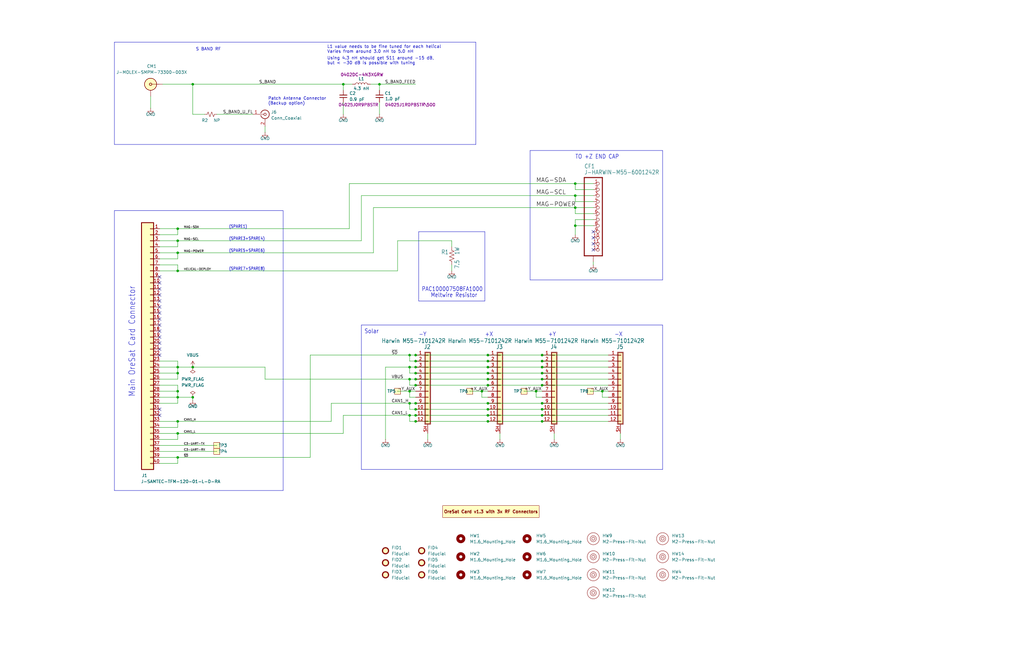
<source format=kicad_sch>
(kicad_sch (version 20231120) (generator "eeschema") (generator_version "8.0")
  (paper "USLedger")
  (title_block (title "+Z End Card w/ Turnstile") (date "2024-08-20") (rev "1.4"))
  (lib_symbols
    (symbol "Connector:Conn_Coaxial" (pin_names (offset 1.016) hide)
      (property "Reference" "J" (at 0.254 3.048 0))
      (property "Value" "Conn_Coaxial" (at 2.921 0 90))
      (symbol "Conn_Coaxial_0_1"
        (arc (start -1.778 -0.508) (mid 0.2311 -1.8066) (end 1.778 0) (stroke (width 0.254)))
        (polyline (pts (xy -2.54 0) (xy -0.508 0)))
        (polyline (pts (xy 0 -2.54) (xy 0 -1.778)))
        (circle (center 0 0) (radius 0.508) (stroke (width 0.2032)))
        (arc (start 1.778 0) (mid 0.2099 1.8101) (end -1.778 0.508) (stroke (width 0.254)))
      )
      (symbol "Conn_Coaxial_1_1"
        (pin passive line (at -5.08 0 0) (length 2.54) (name "In") (number "1"))
        (pin passive line (at 0 -5.08 90) (length 2.54) (name "Ext") (number "2"))
      )
    )
    (symbol "Device:C_Small" (pin_numbers hide) (pin_names (offset 0.254) hide)
      (property "Reference" "C" (at 0.254 1.778 0))
      (property "Value" "C_Small" (at 0.254 -2.032 0))
      (symbol "C_Small_0_1"
        (polyline (pts (xy -1.524 -0.508) (xy 1.524 -0.508)) (stroke (width 0.3302)))
        (polyline (pts (xy -1.524 0.508) (xy 1.524 0.508)) (stroke (width 0.3048)))
      )
      (symbol "C_Small_1_1"
        (pin passive line (at 0 2.54 270) (length 2.032) (name "~") (number "1"))
        (pin passive line (at 0 -2.54 90) (length 2.032) (name "~") (number "2"))
      )
    )
    (symbol "Device:L" (pin_numbers hide) (pin_names (offset 1.016) hide)
      (property "Reference" "L" (at -1.27 0 90))
      (property "Value" "L" (at 1.905 0 90))
      (symbol "L_0_1"
        (arc (start 0 -2.54) (mid 0.6323 -1.905) (end 0 -1.27))
        (arc (start 0 -1.27) (mid 0.6323 -0.635) (end 0 0))
        (arc (start 0 0) (mid 0.6323 0.635) (end 0 1.27))
        (arc (start 0 1.27) (mid 0.6323 1.905) (end 0 2.54))
      )
      (symbol "L_1_1"
        (pin passive line (at 0 3.81 270) (length 1.27) (name "1") (number "1"))
        (pin passive line (at 0 -3.81 90) (length 1.27) (name "2") (number "2"))
      )
    )
    (symbol "Device:R_Small_US" (pin_numbers hide) (pin_names (offset 0.254) hide)
      (property "Reference" "R" (at 0.762 0.508 0))
      (property "Value" "R_Small_US" (at 0.762 -1.016 0))
      (symbol "R_Small_US_1_1"
        (polyline (pts (xy 0 0) (xy 1.016 -0.381) (xy 0 -0.762) (xy -1.016 -1.143) (xy 0 -1.524)))
        (polyline (pts (xy 0 1.524) (xy 1.016 1.143) (xy 0 0.762) (xy -1.016 0.381) (xy 0 0)))
        (pin passive line (at 0 2.54 270) (length 1.016) (name "~") (number "1"))
        (pin passive line (at 0 -2.54 90) (length 1.016) (name "~") (number "2"))
      )
    )
    (symbol "Device:R_US" (pin_numbers hide) (pin_names (offset 0))
      (property "Reference" "R" (at 2.54 0 90))
      (property "Value" "R_US" (at -2.54 0 90))
      (symbol "R_US_0_1"
        (polyline (pts (xy 0 -2.286) (xy 0 -2.54)))
        (polyline (pts (xy 0 2.286) (xy 0 2.54)))
        (polyline (pts (xy 0 -0.762) (xy 1.016 -1.143) (xy 0 -1.524) (xy -1.016 -1.905) (xy 0 -2.286)))
        (polyline (pts (xy 0 0.762) (xy 1.016 0.381) (xy 0 0) (xy -1.016 -0.381) (xy 0 -0.762)))
        (polyline (pts (xy 0 2.286) (xy 1.016 1.905) (xy 0 1.524) (xy -1.016 1.143) (xy 0 0.762)))
      )
      (symbol "R_US_1_1"
        (pin passive line (at 0 3.81 270) (length 1.27) (name "~") (number "1"))
        (pin passive line (at 0 -3.81 90) (length 1.27) (name "~") (number "2"))
      )
    )
    (symbol "Mechanical:Fiducial"
      (property "Reference" "FID" (at 0 5.08 0))
      (property "Value" "Fiducial" (at 0 3.175 0))
      (symbol "Fiducial_0_1"
        (circle (center 0 0) (radius 1.27) (stroke (width 0.508)) (fill (type background)))
      )
    )
    (symbol "oresat-connectors:Harwin M55-7101242R" (pin_names hide)
      (property "Reference" "J" (at -12.7 15.875 0))
      (property "Value" "Harwin M55-7101242R" (at -12.7 13.97 0))
      (symbol "Harwin M55-7101242R_1_1"
        (rectangle (start -1.27 -16.51) (end 1.27 13.97) (stroke (width 0.1524)))
        (rectangle (start -1.016 -16.256) (end 1.016 13.716) (stroke (width 0.254)) (fill (type background)))
        (rectangle (start -0.254 -15.367) (end 1.016 -15.113) (stroke (width 0.1524)))
        (rectangle (start -0.254 -12.827) (end 1.016 -12.573) (stroke (width 0.1524)))
        (rectangle (start -0.254 -10.287) (end 1.016 -10.033) (stroke (width 0.1524)))
        (rectangle (start -0.254 -7.747) (end 1.016 -7.493) (stroke (width 0.1524)))
        (rectangle (start -0.254 -5.207) (end 1.016 -4.953) (stroke (width 0.1524)))
        (rectangle (start -0.254 -2.667) (end 1.016 -2.413) (stroke (width 0.1524)))
        (rectangle (start -0.254 -0.127) (end 1.016 0.127) (stroke (width 0.1524)))
        (rectangle (start -0.254 2.413) (end 1.016 2.667) (stroke (width 0.1524)))
        (rectangle (start -0.254 4.953) (end 1.016 5.207) (stroke (width 0.1524)))
        (rectangle (start -0.254 7.493) (end 1.016 7.747) (stroke (width 0.1524)))
        (rectangle (start -0.254 10.033) (end 1.016 10.287) (stroke (width 0.1524)))
        (rectangle (start -0.254 12.573) (end 1.016 12.827) (stroke (width 0.1524)))
        (pin passive line (at 5.08 12.7 180) (length 4.064) (name "Pin_1") (number "1"))
        (pin passive line (at 5.08 -10.16 180) (length 4.064) (name "Pin_10") (number "10"))
        (pin passive line (at 5.08 -12.7 180) (length 4.064) (name "Pin_11") (number "11"))
        (pin passive line (at 5.08 -15.24 180) (length 4.064) (name "Pin_12") (number "12"))
        (pin passive line (at 5.08 10.16 180) (length 4.064) (name "Pin_2") (number "2"))
        (pin passive line (at 5.08 7.62 180) (length 4.064) (name "Pin_3") (number "3"))
        (pin passive line (at 5.08 5.08 180) (length 4.064) (name "Pin_4") (number "4"))
        (pin passive line (at 5.08 2.54 180) (length 4.064) (name "Pin_5") (number "5"))
        (pin passive line (at 5.08 0 180) (length 4.064) (name "Pin_6") (number "6"))
        (pin passive line (at 5.08 -2.54 180) (length 4.064) (name "Pin_7") (number "7"))
        (pin passive line (at 5.08 -5.08 180) (length 4.064) (name "Pin_8") (number "8"))
        (pin passive line (at 5.08 -7.62 180) (length 4.064) (name "Pin_9") (number "9"))
        (pin passive line (at 0 -20.32 90) (length 3.81) (name "Shield") (number "SH"))
      )
    )
    (symbol "oresat-connectors:J-HARWIN-M55-6001242R" (pin_names hide)
      (property "Reference" "CF1" (at -6.35 19.05 0))
      (property "Value" "J-HARWIN-M55-6001242R" (at -6.35 16.51 0))
      (symbol "J-HARWIN-M55-6001242R_1_0"
        (polyline (pts (xy -6.35 -17.78) (xy 1.27 -17.78)) (stroke (width 0.4064)))
        (polyline (pts (xy -6.35 15.24) (xy -6.35 -17.78)) (stroke (width 0.4064)))
        (polyline (pts (xy 1.27 -17.78) (xy 1.27 15.24)) (stroke (width 0.4064)))
        (polyline (pts (xy 1.27 15.24) (xy -6.35 15.24)) (stroke (width 0.4064)))
        (pin passive inverted (at -2.54 12.7 0) (length 2.54) (name "1") (number "1"))
        (pin passive inverted (at -2.54 -10.16 0) (length 2.54) (name "10") (number "10"))
        (pin passive inverted (at -2.54 -12.7 0) (length 2.54) (name "11") (number "11"))
        (pin passive inverted (at -2.54 -15.24 0) (length 2.54) (name "12") (number "12"))
        (pin passive inverted (at -2.54 10.16 0) (length 2.54) (name "2") (number "2"))
        (pin passive inverted (at -2.54 7.62 0) (length 2.54) (name "3") (number "3"))
        (pin passive inverted (at -2.54 5.08 0) (length 2.54) (name "4") (number "4"))
        (pin passive inverted (at -2.54 2.54 0) (length 2.54) (name "5") (number "5"))
        (pin passive inverted (at -2.54 0 0) (length 2.54) (name "6") (number "6"))
        (pin passive inverted (at -2.54 -2.54 0) (length 2.54) (name "7") (number "7"))
        (pin passive inverted (at -2.54 -5.08 0) (length 2.54) (name "8") (number "8"))
        (pin passive inverted (at -2.54 -7.62 0) (length 2.54) (name "9") (number "9"))
        (pin passive line (at -2.54 -20.32 90) (length 2.54) (name "SHIELD") (number "SH"))
      )
    )
    (symbol "oresat-connectors:J-MOLEX-SMPM-73300-002X"
      (property "Reference" "J" (at 5.08 -3.81 0))
      (property "Value" "733000020" (at 5.08 -6.35 0))
      (symbol "J-MOLEX-SMPM-73300-002X_1_0"
        (polyline (pts (xy 0.508 0) (xy 3.556 0)) (stroke (width 0.1524)))
        (circle (center 0 0) (radius 0.508) (stroke (width 0.254)))
        (circle (center 0 0) (radius 2.54) (stroke (width 0.254)) (fill (type background)))
        (pin passive line (at 0 -5.08 90) (length 2.54) (name "SHLD") (number "SHLD"))
        (pin passive line (at 5.08 0 180) (length 2.54) (name "SIG") (number "SIG"))
      )
    )
    (symbol "oresat-connectors:J-SAMTEC-TFM-120-01-L-D-RA" (pin_names hide)
      (property "Reference" "J" (at 0 54.61 0))
      (property "Value" "J-SAMTEC-TFM-120-01-L-D-RA" (at 0 52.07 0))
      (symbol "J-SAMTEC-TFM-120-01-L-D-RA_0_1"
        (rectangle (start 2.413 -50.673) (end 1.143 -50.927) (stroke (width 0.1524)))
        (rectangle (start 2.413 -48.133) (end 1.143 -48.387) (stroke (width 0.1524)))
        (rectangle (start 2.413 -45.593) (end 1.143 -45.847) (stroke (width 0.1524)))
        (rectangle (start 2.413 -43.053) (end 1.143 -43.307) (stroke (width 0.1524)))
        (rectangle (start 2.413 -40.513) (end 1.143 -40.767) (stroke (width 0.1524)))
        (rectangle (start 2.413 -37.973) (end 1.143 -38.227) (stroke (width 0.1524)))
        (rectangle (start 2.413 -35.433) (end 1.143 -35.687) (stroke (width 0.1524)))
        (rectangle (start 2.413 -32.893) (end 1.143 -33.147) (stroke (width 0.1524)))
        (rectangle (start 2.413 -30.353) (end 1.143 -30.607) (stroke (width 0.1524)))
        (rectangle (start 2.413 -27.813) (end 1.143 -28.067) (stroke (width 0.1524)))
        (rectangle (start 2.413 -25.273) (end 1.143 -25.527) (stroke (width 0.1524)))
        (rectangle (start 2.413 -22.733) (end 1.143 -22.987) (stroke (width 0.1524)))
        (rectangle (start 2.413 -20.193) (end 1.143 -20.447) (stroke (width 0.1524)))
        (rectangle (start 2.413 -17.653) (end 1.143 -17.907) (stroke (width 0.1524)))
        (rectangle (start 2.413 -15.113) (end 1.143 -15.367) (stroke (width 0.1524)))
        (rectangle (start 2.413 -12.573) (end 1.143 -12.827) (stroke (width 0.1524)))
        (rectangle (start 2.413 -10.033) (end 1.143 -10.287) (stroke (width 0.1524)))
        (rectangle (start 2.413 -7.493) (end 1.143 -7.747) (stroke (width 0.1524)))
        (rectangle (start 2.413 -4.953) (end 1.143 -5.207) (stroke (width 0.1524)))
        (rectangle (start 2.413 -2.413) (end 1.143 -2.667) (stroke (width 0.1524)))
        (rectangle (start 2.413 0.127) (end 1.143 -0.127) (stroke (width 0.1524)))
        (rectangle (start 2.413 2.667) (end 1.143 2.413) (stroke (width 0.1524)))
        (rectangle (start 2.413 5.207) (end 1.143 4.953) (stroke (width 0.1524)))
        (rectangle (start 2.413 7.747) (end 1.143 7.493) (stroke (width 0.1524)))
        (rectangle (start 2.413 10.287) (end 1.143 10.033) (stroke (width 0.1524)))
        (rectangle (start 2.413 12.827) (end 1.143 12.573) (stroke (width 0.1524)))
        (rectangle (start 2.413 15.367) (end 1.143 15.113) (stroke (width 0.1524)))
        (rectangle (start 2.413 17.907) (end 1.143 17.653) (stroke (width 0.1524)))
        (rectangle (start 2.413 20.447) (end 1.143 20.193) (stroke (width 0.1524)))
        (rectangle (start 2.413 22.987) (end 1.143 22.733) (stroke (width 0.1524)))
        (rectangle (start 2.413 25.527) (end 1.143 25.273) (stroke (width 0.1524)))
        (rectangle (start 2.413 28.067) (end 1.143 27.813) (stroke (width 0.1524)))
        (rectangle (start 2.413 30.607) (end 1.143 30.353) (stroke (width 0.1524)))
        (rectangle (start 2.413 33.147) (end 1.143 32.893) (stroke (width 0.1524)))
        (rectangle (start 2.413 35.687) (end 1.143 35.433) (stroke (width 0.1524)))
        (rectangle (start 2.413 38.227) (end 1.143 37.973) (stroke (width 0.1524)))
        (rectangle (start 2.413 40.767) (end 1.143 40.513) (stroke (width 0.1524)))
        (rectangle (start 2.413 43.307) (end 1.143 43.053) (stroke (width 0.1524)))
        (rectangle (start 2.413 45.847) (end 1.143 45.593) (stroke (width 0.1524)))
        (rectangle (start 2.413 48.387) (end 1.143 48.133) (stroke (width 0.1524)))
      )
      (symbol "J-SAMTEC-TFM-120-01-L-D-RA_1_1"
        (rectangle (start -2.54 50.8) (end 2.54 -53.34) (stroke (width 0.4)) (fill (type background)))
        (pin passive line (at 5.08 48.26 180) (length 2.54) (name "") (number "1"))
        (pin passive line (at 5.08 25.4 180) (length 2.54) (name "") (number "10"))
        (pin passive line (at 5.08 22.86 180) (length 2.54) (name "") (number "11"))
        (pin passive line (at 5.08 20.32 180) (length 2.54) (name "") (number "12"))
        (pin passive line (at 5.08 17.78 180) (length 2.54) (name "") (number "13"))
        (pin passive line (at 5.08 15.24 180) (length 2.54) (name "") (number "14"))
        (pin passive line (at 5.08 12.7 180) (length 2.54) (name "") (number "15"))
        (pin passive line (at 5.08 10.16 180) (length 2.54) (name "") (number "16"))
        (pin passive line (at 5.08 7.62 180) (length 2.54) (name "") (number "17"))
        (pin passive line (at 5.08 5.08 180) (length 2.54) (name "") (number "18"))
        (pin passive line (at 5.08 2.54 180) (length 2.54) (name "") (number "19"))
        (pin passive line (at 5.08 45.72 180) (length 2.54) (name "") (number "2"))
        (pin passive line (at 5.08 0 180) (length 2.54) (name "") (number "20"))
        (pin passive line (at 5.08 -2.54 180) (length 2.54) (name "") (number "21"))
        (pin passive line (at 5.08 -5.08 180) (length 2.54) (name "") (number "22"))
        (pin passive line (at 5.08 -7.62 180) (length 2.54) (name "") (number "23"))
        (pin passive line (at 5.08 -10.16 180) (length 2.54) (name "") (number "24"))
        (pin passive line (at 5.08 -12.7 180) (length 2.54) (name "") (number "25"))
        (pin passive line (at 5.08 -15.24 180) (length 2.54) (name "") (number "26"))
        (pin passive line (at 5.08 -17.78 180) (length 2.54) (name "") (number "27"))
        (pin passive line (at 5.08 -20.32 180) (length 2.54) (name "") (number "28"))
        (pin passive line (at 5.08 -22.86 180) (length 2.54) (name "") (number "29"))
        (pin passive line (at 5.08 43.18 180) (length 2.54) (name "") (number "3"))
        (pin passive line (at 5.08 -25.4 180) (length 2.54) (name "") (number "30"))
        (pin passive line (at 5.08 -27.94 180) (length 2.54) (name "") (number "31"))
        (pin passive line (at 5.08 -30.48 180) (length 2.54) (name "") (number "32"))
        (pin passive line (at 5.08 -33.02 180) (length 2.54) (name "") (number "33"))
        (pin passive line (at 5.08 -35.56 180) (length 2.54) (name "") (number "34"))
        (pin passive line (at 5.08 -38.1 180) (length 2.54) (name "") (number "35"))
        (pin passive line (at 5.08 -40.64 180) (length 2.54) (name "") (number "36"))
        (pin passive line (at 5.08 -43.18 180) (length 2.54) (name "") (number "37"))
        (pin passive line (at 5.08 -45.72 180) (length 2.54) (name "") (number "38"))
        (pin passive line (at 5.08 -48.26 180) (length 2.54) (name "") (number "39"))
        (pin passive line (at 5.08 40.64 180) (length 2.54) (name "") (number "4"))
        (pin passive line (at 5.08 -50.8 180) (length 2.54) (name "") (number "40"))
        (pin passive line (at 5.08 38.1 180) (length 2.54) (name "") (number "5"))
        (pin passive line (at 5.08 35.56 180) (length 2.54) (name "") (number "6"))
        (pin passive line (at 5.08 33.02 180) (length 2.54) (name "") (number "7"))
        (pin passive line (at 5.08 30.48 180) (length 2.54) (name "") (number "8"))
        (pin passive line (at 5.08 27.94 180) (length 2.54) (name "") (number "9"))
      )
    )
    (symbol "oresat-misc:M1.6_Mounting_Hole" (pin_numbers hide) (pin_names (offset 0) hide) (in_bom no)
      (property "Reference" "HW" (at 0 5.08 0))
      (property "Value" "M1.6_Mounting_Hole" (at 0 -5.08 0))
      (symbol "M1.6_Mounting_Hole_0_1"
        (circle (center 0 0) (radius 1.27) (stroke (width 1.27)))
      )
    )
    (symbol "oresat-misc:M2-Press-Fit-Nut" (pin_numbers hide) (pin_names (offset 0) hide)
      (property "Reference" "HW" (at 4.445 1.27 0))
      (property "Value" "M2-Press-Fit-Nut" (at 12.065 -1.27 0))
      (symbol "M2-Press-Fit-Nut_0_1"
        (circle (center 0 0) (radius 0.635))
        (circle (center 0 0) (radius 1.27))
        (circle (center 0 0) (radius 2.54))
      )
    )
    (symbol "oresat-misc:Test-Point-0.75mm-th"
      (property "Reference" "TP" (at 0 2.54 0))
      (symbol "Test-Point-0.75mm-th_1_0"
        (pin passive line (at 0 0 0) (length 0) (name "1") (number "1"))
      )
      (symbol "Test-Point-0.75mm-th_1_1"
        (rectangle (start -1.27 1.27) (end 1.27 -1.27) (fill (type background)))
      )
    )
    (symbol "oresat-pcbs:ORESAT-CARD-V1.3-3RF"
      (symbol "ORESAT-CARD-V1.3-3RF_1_0"
        (rectangle (start -20.32 2.54) (end 20.32 -2.54) (fill (type background)))
        (text "OreSat Card v1.3 with 3x RF Connectors" (at 0 0 0) (effects (font (size 1.27 1.27) (bold yes))))
      )
    )
    (symbol "oresat-power:VBUS" (power) (pin_names (offset 0))
      (property "Value" "VBUS" (at 0 3.556 0))
      (symbol "VBUS_0_1"
        (polyline (pts (xy -0.762 1.27) (xy 0 2.54)))
        (polyline (pts (xy 0 0) (xy 0 2.54)))
        (polyline (pts (xy 0 2.54) (xy 0.762 1.27)))
      )
      (symbol "VBUS_1_1"
        (pin power_in line (at 0 0 90) (length 0) hide (name "VBUS") (number "1"))
      )
    )
    (symbol "power:GND" (power) (pin_numbers hide) (pin_names (offset 0) hide)
      (property "Value" "GND" (at 0 -3.81 0))
      (symbol "GND_0_1"
        (polyline (pts (xy 0 0) (xy 0 -1.27) (xy 1.27 -1.27) (xy 0 -2.54) (xy -1.27 -1.27) (xy 0 -1.27)))
      )
      (symbol "GND_1_1"
        (pin power_in line (at 0 0 270) (length 0) (name "~") (number "1"))
      )
    )
    (symbol "power:PWR_FLAG" (power) (pin_numbers hide) (pin_names (offset 0) hide)
      (property "Value" "PWR_FLAG" (at 0 3.81 0))
      (symbol "PWR_FLAG_0_0"
        (pin power_out line (at 0 0 90) (length 0) (name "~") (number "1"))
      )
      (symbol "PWR_FLAG_0_1"
        (polyline (pts (xy 0 0) (xy 0 1.27) (xy -1.016 1.905) (xy 0 2.54) (xy 1.016 1.905) (xy 0 1.27)))
      )
    )
  )
  (junction (at 74.93 96.52))
  (junction (at 228.6 170.18))
  (junction (at 175.26 152.4))
  (junction (at 205.74 157.48))
  (junction (at 172.72 175.26))
  (junction (at 228.6 175.26))
  (junction (at 172.72 170.18))
  (junction (at 175.26 177.8))
  (junction (at 175.26 175.26))
  (junction (at 242.57 95.25))
  (junction (at 242.57 82.55))
  (junction (at 203.2 165.1))
  (junction (at 74.93 101.6))
  (junction (at 74.93 154.94))
  (junction (at 228.6 154.94))
  (junction (at 175.26 172.72))
  (junction (at 228.6 177.8))
  (junction (at 228.6 152.4))
  (junction (at 228.6 160.02))
  (junction (at 242.57 87.63))
  (junction (at 175.26 162.56))
  (junction (at 228.6 157.48))
  (junction (at 74.93 193.04))
  (junction (at 205.74 154.94))
  (junction (at 144.78 35.56))
  (junction (at 74.93 182.88))
  (junction (at 172.72 160.02))
  (junction (at 74.93 106.68))
  (junction (at 226.06 165.1))
  (junction (at 205.74 152.4))
  (junction (at 228.6 162.56))
  (junction (at 81.28 35.56))
  (junction (at 175.26 157.48))
  (junction (at 205.74 149.86))
  (junction (at 242.57 77.47))
  (junction (at 175.26 149.86))
  (junction (at 81.28 154.94))
  (junction (at 228.6 149.86))
  (junction (at 74.93 165.1))
  (junction (at 205.74 177.8))
  (junction (at 74.93 114.3))
  (junction (at 74.93 177.8))
  (junction (at 74.93 167.64))
  (junction (at 172.72 149.86))
  (junction (at 175.26 170.18))
  (junction (at 81.28 167.64))
  (junction (at 160.02 35.56))
  (junction (at 205.74 160.02))
  (junction (at 254 165.1))
  (junction (at 175.26 154.94))
  (junction (at 205.74 175.26))
  (junction (at 205.74 172.72))
  (junction (at 175.26 160.02))
  (junction (at 74.93 157.48))
  (junction (at 172.72 154.94))
  (junction (at 228.6 172.72))
  (junction (at 172.72 165.1))
  (junction (at 205.74 162.56))
  (junction (at 205.74 170.18))
  (no_connect (at 67.31 144.78))
  (no_connect (at 67.31 142.24))
  (no_connect (at 67.31 137.16))
  (no_connect (at 67.31 149.86))
  (no_connect (at 67.31 129.54))
  (no_connect (at 250.19 100.33))
  (no_connect (at 67.31 139.7))
  (no_connect (at 67.31 134.62))
  (no_connect (at 250.19 102.87))
  (no_connect (at 67.31 121.92))
  (no_connect (at 250.19 97.79))
  (no_connect (at 67.31 124.46))
  (no_connect (at 67.31 172.72))
  (no_connect (at 250.19 105.41))
  (no_connect (at 67.31 127))
  (no_connect (at 67.31 132.08))
  (no_connect (at 67.31 175.26))
  (no_connect (at 67.31 116.84))
  (no_connect (at 67.31 119.38))
  (no_connect (at 67.31 147.32))
  (wire (pts (xy 74.93 165.1) (xy 74.93 167.64)))
  (wire (pts (xy 160.02 43.18) (xy 160.02 48.26)))
  (wire (pts (xy 67.31 114.3) (xy 74.93 114.3)))
  (polyline (pts (xy 204.47 127) (xy 176.53 127)))
  (wire (pts (xy 63.5 40.64) (xy 63.5 45.72)))
  (wire (pts (xy 91.44 48.26) (xy 106.68 48.26)))
  (wire (pts (xy 175.26 172.72) (xy 172.72 172.72)))
  (wire (pts (xy 228.6 175.26) (xy 256.54 175.26)))
  (wire (pts (xy 233.68 182.88) (xy 233.68 185.42)))
  (wire (pts (xy 172.72 154.94) (xy 175.26 154.94)))
  (polyline (pts (xy 48.26 17.78) (xy 48.26 60.96)))
  (wire (pts (xy 254 165.1) (xy 256.54 165.1)))
  (polyline (pts (xy 48.26 88.9) (xy 48.26 207.01)))
  (wire (pts (xy 242.57 95.25) (xy 250.19 95.25)))
  (wire (pts (xy 74.93 165.1) (xy 74.93 162.56)))
  (wire (pts (xy 250.19 87.63) (xy 242.57 87.63)))
  (wire (pts (xy 162.56 185.42) (xy 162.56 154.94)))
  (wire (pts (xy 190.5 101.6) (xy 190.5 104.14)))
  (wire (pts (xy 74.93 101.6) (xy 67.31 101.6)))
  (wire (pts (xy 67.31 180.34) (xy 74.93 180.34)))
  (wire (pts (xy 74.93 154.94) (xy 74.93 152.4)))
  (wire (pts (xy 67.31 182.88) (xy 74.93 182.88)))
  (wire (pts (xy 205.74 177.8) (xy 228.6 177.8)))
  (wire (pts (xy 242.57 92.71) (xy 242.57 95.25)))
  (wire (pts (xy 67.31 111.76) (xy 74.93 111.76)))
  (polyline (pts (xy 176.53 127) (xy 176.53 97.79)))
  (wire (pts (xy 160.02 35.56) (xy 175.26 35.56)))
  (wire (pts (xy 74.93 111.76) (xy 74.93 114.3)))
  (polyline (pts (xy 279.4 118.11) (xy 223.52 118.11)))
  (wire (pts (xy 242.57 80.01) (xy 250.19 80.01)))
  (wire (pts (xy 111.76 160.02) (xy 111.76 154.94)))
  (wire (pts (xy 67.31 167.64) (xy 74.93 167.64)))
  (wire (pts (xy 172.72 165.1) (xy 167.64 165.1)))
  (wire (pts (xy 250.19 77.47) (xy 242.57 77.47)))
  (wire (pts (xy 74.93 96.52) (xy 67.31 96.52)))
  (wire (pts (xy 167.64 114.3) (xy 167.64 101.6)))
  (wire (pts (xy 172.72 167.64) (xy 172.72 165.1)))
  (wire (pts (xy 67.31 109.22) (xy 74.93 109.22)))
  (polyline (pts (xy 48.26 207.01) (xy 119.38 207.01)))
  (wire (pts (xy 228.6 154.94) (xy 256.54 154.94)))
  (polyline (pts (xy 279.4 137.16) (xy 279.4 198.12)))
  (wire (pts (xy 67.31 165.1) (xy 74.93 165.1)))
  (wire (pts (xy 74.93 180.34) (xy 74.93 177.8)))
  (wire (pts (xy 175.26 177.8) (xy 172.72 177.8)))
  (polyline (pts (xy 279.4 198.12) (xy 152.4 198.12)))
  (wire (pts (xy 175.26 162.56) (xy 205.74 162.56)))
  (wire (pts (xy 74.93 170.18) (xy 74.93 167.64)))
  (wire (pts (xy 172.72 152.4) (xy 172.72 149.86)))
  (wire (pts (xy 81.28 48.26) (xy 86.36 48.26)))
  (wire (pts (xy 220.98 165.1) (xy 226.06 165.1)))
  (wire (pts (xy 175.26 152.4) (xy 172.72 152.4)))
  (wire (pts (xy 81.28 35.56) (xy 81.28 48.26)))
  (wire (pts (xy 74.93 154.94) (xy 67.31 154.94)))
  (wire (pts (xy 144.78 43.18) (xy 144.78 48.26)))
  (wire (pts (xy 228.6 167.64) (xy 226.06 167.64)))
  (wire (pts (xy 242.57 99.06) (xy 242.57 95.25)))
  (wire (pts (xy 130.81 149.86) (xy 130.81 193.04)))
  (wire (pts (xy 74.93 193.04) (xy 67.31 193.04)))
  (wire (pts (xy 228.6 149.86) (xy 256.54 149.86)))
  (polyline (pts (xy 200.66 60.96) (xy 48.26 60.96)))
  (wire (pts (xy 144.78 35.56) (xy 144.78 38.1)))
  (polyline (pts (xy 152.4 137.16) (xy 152.4 198.12)))
  (wire (pts (xy 67.31 185.42) (xy 74.93 185.42)))
  (polyline (pts (xy 152.4 137.16) (xy 279.4 137.16)))
  (wire (pts (xy 175.26 162.56) (xy 172.72 162.56)))
  (wire (pts (xy 226.06 165.1) (xy 228.6 165.1)))
  (wire (pts (xy 167.64 101.6) (xy 190.5 101.6)))
  (wire (pts (xy 74.93 104.14) (xy 74.93 101.6)))
  (wire (pts (xy 172.72 172.72) (xy 172.72 170.18)))
  (wire (pts (xy 228.6 172.72) (xy 256.54 172.72)))
  (wire (pts (xy 205.74 162.56) (xy 228.6 162.56)))
  (polyline (pts (xy 200.66 17.78) (xy 200.66 60.96)))
  (wire (pts (xy 175.26 175.26) (xy 205.74 175.26)))
  (wire (pts (xy 81.28 167.64) (xy 81.28 168.91)))
  (wire (pts (xy 111.76 154.94) (xy 81.28 154.94)))
  (wire (pts (xy 74.93 177.8) (xy 139.7 177.8)))
  (wire (pts (xy 205.74 160.02) (xy 228.6 160.02)))
  (wire (pts (xy 175.26 154.94) (xy 205.74 154.94)))
  (wire (pts (xy 74.93 185.42) (xy 74.93 182.88)))
  (wire (pts (xy 172.72 157.48) (xy 172.72 154.94)))
  (wire (pts (xy 74.93 193.04) (xy 130.81 193.04)))
  (wire (pts (xy 68.58 35.56) (xy 81.28 35.56)))
  (wire (pts (xy 162.56 154.94) (xy 172.72 154.94)))
  (wire (pts (xy 74.93 195.58) (xy 74.93 193.04)))
  (wire (pts (xy 226.06 167.64) (xy 226.06 165.1)))
  (wire (pts (xy 261.62 182.88) (xy 261.62 185.42)))
  (wire (pts (xy 74.93 114.3) (xy 167.64 114.3)))
  (wire (pts (xy 147.32 96.52) (xy 147.32 77.47)))
  (wire (pts (xy 152.4 82.55) (xy 152.4 101.6)))
  (wire (pts (xy 242.57 82.55) (xy 242.57 85.09)))
  (polyline (pts (xy 279.4 63.5) (xy 279.4 118.11)))
  (wire (pts (xy 228.6 177.8) (xy 256.54 177.8)))
  (wire (pts (xy 205.74 154.94) (xy 228.6 154.94)))
  (wire (pts (xy 175.26 157.48) (xy 172.72 157.48)))
  (wire (pts (xy 157.48 106.68) (xy 157.48 87.63)))
  (wire (pts (xy 172.72 170.18) (xy 175.26 170.18)))
  (wire (pts (xy 228.6 160.02) (xy 256.54 160.02)))
  (wire (pts (xy 172.72 177.8) (xy 172.72 175.26)))
  (wire (pts (xy 205.74 149.86) (xy 228.6 149.86)))
  (wire (pts (xy 250.19 92.71) (xy 242.57 92.71)))
  (wire (pts (xy 144.78 175.26) (xy 172.72 175.26)))
  (wire (pts (xy 74.93 109.22) (xy 74.93 106.68)))
  (wire (pts (xy 205.74 167.64) (xy 203.2 167.64)))
  (wire (pts (xy 205.74 172.72) (xy 228.6 172.72)))
  (polyline (pts (xy 223.52 63.5) (xy 279.4 63.5)))
  (wire (pts (xy 74.93 106.68) (xy 67.31 106.68)))
  (wire (pts (xy 175.26 160.02) (xy 205.74 160.02)))
  (wire (pts (xy 67.31 177.8) (xy 74.93 177.8)))
  (wire (pts (xy 228.6 152.4) (xy 256.54 152.4)))
  (wire (pts (xy 74.93 157.48) (xy 74.93 154.94)))
  (wire (pts (xy 210.82 182.88) (xy 210.82 185.42)))
  (wire (pts (xy 175.26 149.86) (xy 172.72 149.86)))
  (wire (pts (xy 67.31 157.48) (xy 74.93 157.48)))
  (wire (pts (xy 242.57 90.17) (xy 250.19 90.17)))
  (polyline (pts (xy 223.52 118.11) (xy 223.52 63.5)))
  (wire (pts (xy 250.19 111.76) (xy 250.19 110.49)))
  (wire (pts (xy 203.2 167.64) (xy 203.2 165.1)))
  (wire (pts (xy 205.74 175.26) (xy 228.6 175.26)))
  (wire (pts (xy 242.57 85.09) (xy 250.19 85.09)))
  (wire (pts (xy 147.32 77.47) (xy 242.57 77.47)))
  (wire (pts (xy 144.78 182.88) (xy 144.78 175.26)))
  (wire (pts (xy 157.48 87.63) (xy 242.57 87.63)))
  (wire (pts (xy 180.34 182.88) (xy 180.34 185.42)))
  (polyline (pts (xy 48.26 17.78) (xy 200.66 17.78)))
  (wire (pts (xy 205.74 157.48) (xy 228.6 157.48)))
  (wire (pts (xy 160.02 35.56) (xy 160.02 38.1)))
  (wire (pts (xy 175.26 167.64) (xy 172.72 167.64)))
  (wire (pts (xy 228.6 157.48) (xy 256.54 157.48)))
  (wire (pts (xy 67.31 104.14) (xy 74.93 104.14)))
  (wire (pts (xy 175.26 170.18) (xy 205.74 170.18)))
  (wire (pts (xy 67.31 99.06) (xy 74.93 99.06)))
  (wire (pts (xy 242.57 82.55) (xy 152.4 82.55)))
  (wire (pts (xy 172.72 165.1) (xy 175.26 165.1)))
  (wire (pts (xy 228.6 162.56) (xy 256.54 162.56)))
  (wire (pts (xy 242.57 77.47) (xy 242.57 80.01)))
  (wire (pts (xy 190.5 111.76) (xy 190.5 114.3)))
  (wire (pts (xy 175.26 172.72) (xy 205.74 172.72)))
  (wire (pts (xy 67.31 195.58) (xy 74.93 195.58)))
  (wire (pts (xy 74.93 99.06) (xy 74.93 96.52)))
  (wire (pts (xy 175.26 157.48) (xy 205.74 157.48)))
  (wire (pts (xy 144.78 35.56) (xy 148.59 35.56)))
  (polyline (pts (xy 48.26 88.9) (xy 119.38 88.9)))
  (wire (pts (xy 74.93 154.94) (xy 81.28 154.94)))
  (wire (pts (xy 175.26 177.8) (xy 205.74 177.8)))
  (wire (pts (xy 248.92 165.1) (xy 254 165.1)))
  (wire (pts (xy 67.31 190.5) (xy 91.44 190.5)))
  (wire (pts (xy 156.21 35.56) (xy 160.02 35.56)))
  (wire (pts (xy 74.93 101.6) (xy 152.4 101.6)))
  (wire (pts (xy 228.6 170.18) (xy 256.54 170.18)))
  (wire (pts (xy 74.93 96.52) (xy 147.32 96.52)))
  (wire (pts (xy 242.57 87.63) (xy 242.57 90.17)))
  (wire (pts (xy 139.7 170.18) (xy 172.72 170.18)))
  (wire (pts (xy 74.93 160.02) (xy 74.93 157.48)))
  (wire (pts (xy 67.31 170.18) (xy 74.93 170.18)))
  (wire (pts (xy 205.74 170.18) (xy 228.6 170.18)))
  (polyline (pts (xy 204.47 97.79) (xy 204.47 127)))
  (wire (pts (xy 172.72 162.56) (xy 172.72 160.02)))
  (wire (pts (xy 203.2 165.1) (xy 205.74 165.1)))
  (wire (pts (xy 139.7 177.8) (xy 139.7 170.18)))
  (wire (pts (xy 91.44 187.96) (xy 67.31 187.96)))
  (wire (pts (xy 172.72 160.02) (xy 175.26 160.02)))
  (wire (pts (xy 175.26 149.86) (xy 205.74 149.86)))
  (wire (pts (xy 111.76 53.34) (xy 111.76 55.88)))
  (wire (pts (xy 74.93 167.64) (xy 81.28 167.64)))
  (wire (pts (xy 172.72 149.86) (xy 130.81 149.86)))
  (polyline (pts (xy 119.38 207.01) (xy 119.38 88.9)))
  (wire (pts (xy 175.26 152.4) (xy 205.74 152.4)))
  (wire (pts (xy 254 167.64) (xy 254 165.1)))
  (wire (pts (xy 74.93 182.88) (xy 144.78 182.88)))
  (wire (pts (xy 205.74 152.4) (xy 228.6 152.4)))
  (wire (pts (xy 67.31 160.02) (xy 74.93 160.02)))
  (wire (pts (xy 67.31 162.56) (xy 74.93 162.56)))
  (wire (pts (xy 256.54 167.64) (xy 254 167.64)))
  (wire (pts (xy 74.93 152.4) (xy 67.31 152.4)))
  (wire (pts (xy 198.12 165.1) (xy 203.2 165.1)))
  (wire (pts (xy 74.93 106.68) (xy 157.48 106.68)))
  (wire (pts (xy 250.19 82.55) (xy 242.57 82.55)))
  (wire (pts (xy 172.72 175.26) (xy 175.26 175.26)))
  (wire (pts (xy 172.72 160.02) (xy 111.76 160.02)))
  (wire (pts (xy 81.28 35.56) (xy 144.78 35.56)))
  (polyline (pts (xy 176.53 97.79) (xy 204.47 97.79)))
  (text "TO +Z END CAP" (at 242.57 67.31 0) (effects (font (size 1.778 1.5113)) (justify left bottom)))
  (text "(SPARE7+SPARE8)" (at 96.52 114.3 0) (effects (font (size 1.27 1.0795)) (justify left bottom)))
  (text "L1 value needs to be fine tuned for each helical\nVaries from around 3.0 nH to 5.0 nH" (at 137.922 22.606 0) (effects (font (size 1.27 1.27)) (justify left bottom)))
  (text "Meltwire Resistor" (at 181.61 125.73 0) (effects (font (size 1.778 1.5113)) (justify left bottom)))
  (text "Using 4.3 nH should get S11 around -15 dB, \nbut < -30 dB is possible with tuning" (at 137.922 27.432 0) (effects (font (size 1.27 1.27)) (justify left bottom)))
  (text "-Y" (at 176.53 142.24 0) (effects (font (size 1.778 1.5113)) (justify left bottom)))
  (text "S BAND RF" (at 82.55 21.59 0) (effects (font (size 1.27 1.27)) (justify left bottom)))
  (text "Solar" (at 153.67 140.97 0) (effects (font (size 1.778 1.5113)) (justify left bottom)))
  (text "PAC100007508FA1000" (at 177.8 123.19 0) (effects (font (size 1.778 1.5113)) (justify left bottom)))
  (text "(SPARE1)" (at 96.52 96.52 0) (effects (font (size 1.27 1.0795)) (justify left bottom)))
  (text "-X" (at 259.08 142.24 0) (effects (font (size 1.778 1.5113)) (justify left bottom)))
  (text "(SPARE3+SPARE4)" (at 96.52 101.6 0) (effects (font (size 1.27 1.0795)) (justify left bottom)))
  (text "Patch Antenna Connector\n(Backup option)" (at 113.03 44.45 0) (effects (font (size 1.27 1.27)) (justify left bottom)))
  (text "+Y" (at 231.14 142.24 0) (effects (font (size 1.778 1.5113)) (justify left bottom)))
  (text "+X" (at 204.47 142.24 0) (effects (font (size 1.778 1.5113)) (justify left bottom)))
  (text "Main OreSat Card Connector" (at 57.15 167.64 90) (effects (font (size 2.54 2.159)) (justify left bottom)))
  (text "(SPARE5+SPARE6)" (at 96.52 106.68 0) (effects (font (size 1.27 1.0795)) (justify left bottom)))
  (label "S_BAND" (at 109.22 35.56 0) (effects (font (size 1.2446 1.2446))))
  (label "+X_AUX" (at 198.12 165.1 0))
  (label "S_BAND_U_FL" (at 93.98 48.26 0))
  (label "CAN1_L" (at 77.47 182.88 0) (effects (font (size 0.889 0.889))))
  (label "-Y_AUX" (at 167.64 165.1 0))
  (label "MAG-POWER" (at 226.06 87.63 0) (effects (font (size 1.778 1.778))))
  (label "MAG-POWER" (at 77.47 106.68 0) (effects (font (size 0.889 0.889))))
  (label "MAG-SDA" (at 226.06 77.47 0) (effects (font (size 1.778 1.778))))
  (label "HELICAL-DEPLOY" (at 77.47 114.3 0) (effects (font (size 0.889 0.889))))
  (label "VBUS" (at 165.1 160.02 0) (effects (font (size 1.2446 1.2446))))
  (label "-X_AUX" (at 248.92 165.1 0))
  (label "C3-UART-TX" (at 77.47 187.96 0) (effects (font (size 0.889 0.889))))
  (label "MAG-SCL" (at 226.06 82.55 0) (effects (font (size 1.778 1.778))))
  (label "~{SD}" (at 77.47 193.04 0) (effects (font (size 0.889 0.889))))
  (label "CAN1_L" (at 165.1 175.26 0) (effects (font (size 1.2446 1.2446))))
  (label "MAG-SCL" (at 77.47 101.6 0) (effects (font (size 0.889 0.889))))
  (label "+Y_AUX" (at 220.98 165.1 0))
  (label "~{SD}" (at 165.1 149.86 0) (effects (font (size 1.2446 1.2446))))
  (label "C3-UART-RX" (at 77.47 190.5 0) (effects (font (size 0.889 0.889))))
  (label "MAG-SDA" (at 77.47 96.52 0) (effects (font (size 0.889 0.889))))
  (label "CAN1_H" (at 77.47 177.8 0) (effects (font (size 0.889 0.889))))
  (label "S_BAND_FEED" (at 175.26 35.56 180))
  (label "CAN1_H" (at 165.1 170.18 0) (effects (font (size 1.2446 1.2446))))
  (symbol (lib_id "Device:C_Small") (at 144.78 40.64 180) (unit 1)
    (property "Reference" "C2" (at 147.32 39.3635 0) (effects (justify right)))
    (property "Value" "0.9 pF" (at 147.32 41.9035 0) (effects (justify right)))
    (property "Footprint" "Capacitor_SMD:C_0402_1005Metric" (effects (hide yes)))
    (property "MPN" "04025J0R9PBSTR" (at 151.13 44.196 0))
  )
  (symbol (lib_id "oresat-misc:M1.6_Mounting_Hole") (at 222.25 234.95 0) (unit 1) (in_bom no)
    (property "Reference" "HW6" (at 226.06 233.6799 0) (effects (justify left)))
    (property "Value" "M1.6_Mounting_Hole" (at 226.06 236.2199 0) (effects (justify left)))
    (property "Footprint" "oresat-misc:M1.6 Mounting Hole" (effects (hide yes)))
  )
  (symbol (lib_id "oresat-misc:Test-Point-0.75mm-th") (at 91.44 190.5 270) (unit 1)
    (property "Reference" "TP4" (at 93.98 190.5 90))
    (property "Value" "TestPoint-MinTH" (effects (hide yes)))
    (property "Footprint" "oresat-misc:TestPoint-0.75mm-th" (effects (hide yes)))
  )
  (symbol (lib_id "oresat-power:VBUS") (at 81.28 154.94 0) (unit 1)
    (property "Reference" "#VBUS01" (effects (hide yes)))
    (property "Value" "VBUS" (at 81.28 149.86 0))
  )
  (symbol (lib_id "power:GND") (at 233.68 185.42 0) (unit 1)
    (property "Reference" "#GND0104" (effects (hide yes)))
    (property "Value" "GND" (at 233.68 187.96 0))
    (property "Description" "Power symbol creates a global label with name \"GND\" , ground" (effects (hide yes)))
  )
  (symbol (lib_id "Connector:Conn_Coaxial") (at 111.76 48.26 0) (unit 1)
    (property "Reference" "J6" (at 114.3 47.2831 0) (effects (justify left)))
    (property "Value" "Conn_Coaxial" (at 114.3 49.8231 0) (effects (justify left)))
    (property "Footprint" "Connector_Coaxial:U.FL_Hirose_U.FL-R-SMT-1_Vertical" (effects (hide yes)))
    (property "Description" "coaxial connector (BNC, SMA, SMB, SMC, Cinch/RCA, LEMO, ...)" (effects (hide yes)))
  )
  (symbol (lib_id "Mechanical:Fiducial") (at 162.56 242.57 0) (unit 1)
    (property "Reference" "FID3" (at 165.1 241.2999 0) (effects (justify left)))
    (property "Value" "Fiducial" (at 165.1 243.8399 0) (effects (justify left)))
    (property "Footprint" "Fiducial:Fiducial_1mm_Mask2mm" (effects (hide yes)))
  )
  (symbol (lib_id "oresat-pcbs:ORESAT-CARD-V1.3-3RF") (at 207.01 215.9 0) (unit 1)
    (property "Reference" "PCB1" (effects (hide yes)))
    (property "Value" "ORESAT-CARD-V1.3-GENERIC-3RF" (effects (hide yes)))
    (property "Footprint" "oresat-pcbs:ORESAT-CARD-V1.3-3RF" (effects (hide yes)))
  )
  (symbol (lib_id "Device:C_Small") (at 160.02 40.64 0) (unit 1)
    (property "Reference" "C1" (at 163.576 39.37 0))
    (property "Value" "1.0 pF" (at 165.608 41.656 0))
    (property "Footprint" "Capacitor_SMD:C_0402_1005Metric" (effects (hide yes)))
    (property "MPN" "04025J1R0PBSTR\\500" (at 172.974 44.196 0))
  )
  (symbol (lib_id "oresat-misc:Test-Point-0.75mm-th") (at 248.92 165.1 270) (unit 1)
    (property "Reference" "TP8" (at 246.38 165.1 90))
    (property "Value" "TestPoint-MinTH" (effects (hide yes)))
    (property "Footprint" "oresat-misc:TestPoint-0.75mm-th" (effects (hide yes)))
  )
  (symbol (lib_id "power:GND") (at 144.78 48.26 0) (unit 1)
    (property "Reference" "#GND03" (effects (hide yes)))
    (property "Value" "GND" (at 144.78 50.8 0))
    (property "Description" "Power symbol creates a global label with name \"GND\" , ground" (effects (hide yes)))
  )
  (symbol (lib_id "power:PWR_FLAG") (at 81.28 154.94 180) (unit 1)
    (property "Reference" "#FLG0102" (effects (hide yes)))
    (property "Value" "PWR_FLAG" (at 81.28 160.02 0))
    (property "Description" "Special symbol for telling ERC where power comes from" (effects (hide yes)))
  )
  (symbol (lib_id "power:GND") (at 160.02 48.26 0) (unit 1)
    (property "Reference" "#GND0105" (effects (hide yes)))
    (property "Value" "GND" (at 160.02 50.8 0))
    (property "Description" "Power symbol creates a global label with name \"GND\" , ground" (effects (hide yes)))
  )
  (symbol (lib_id "power:GND") (at 111.76 55.88 0) (unit 1)
    (property "Reference" "#GND011" (effects (hide yes)))
    (property "Value" "GND" (at 111.76 58.42 0))
    (property "Description" "Power symbol creates a global label with name \"GND\" , ground" (effects (hide yes)))
  )
  (symbol (lib_id "Mechanical:Fiducial") (at 162.56 232.41 0) (unit 1)
    (property "Reference" "FID1" (at 165.1 231.1399 0) (effects (justify left)))
    (property "Value" "Fiducial" (at 165.1 233.6799 0) (effects (justify left)))
    (property "Footprint" "Fiducial:Fiducial_1mm_Mask2mm" (effects (hide yes)))
  )
  (symbol (lib_id "Mechanical:Fiducial") (at 177.8 237.49 0) (unit 1)
    (property "Reference" "FID5" (at 180.34 236.2199 0) (effects (justify left)))
    (property "Value" "Fiducial" (at 180.34 238.7599 0) (effects (justify left)))
    (property "Footprint" "Fiducial:Fiducial_1mm_Mask2mm" (effects (hide yes)))
  )
  (symbol (lib_id "Device:L") (at 152.4 35.56 90) (unit 1)
    (property "Reference" "L1" (at 152.4 33.274 90))
    (property "Value" "4.3 nH" (at 152.4 37.338 90))
    (property "Footprint" "Inductor_SMD:L_0402_1005Metric" (effects (hide yes)))
    (property "MPN" "0402DC-4N3XGRW" (at 152.654 31.496 90))
  )
  (symbol (lib_id "oresat-connectors:J-HARWIN-M55-6001242R") (at 252.73 90.17 0) (unit 1)
    (property "Reference" "CF1" (at 246.38 71.12 0) (effects (font (size 1.778 1.5113)) (justify left bottom)))
    (property "Value" "J-HARWIN-M55-6001242R" (at 246.38 73.66 0) (effects (font (size 1.778 1.5113)) (justify left bottom)))
    (property "Footprint" "oresat-connectors:J-Harwin-M55-60X1242R" (effects (hide yes)))
    (property "Datasheet" "https://cdn.harwin.com/pdfs/C047XX_M55_Archer_Kontrol.pdf" (effects (hide yes)))
  )
  (symbol (lib_id "oresat-misc:Test-Point-0.75mm-th") (at 220.98 165.1 270) (unit 1)
    (property "Reference" "TP7" (at 218.44 165.1 90))
    (property "Value" "TestPoint-MinTH" (effects (hide yes)))
    (property "Footprint" "oresat-misc:TestPoint-0.75mm-th" (effects (hide yes)))
  )
  (symbol (lib_id "oresat-connectors:J-SAMTEC-TFM-120-01-L-D-RA") (at 62.23 144.78 0) (unit 1)
    (property "Reference" "J1" (at 60.96 200.66 0))
    (property "Value" "J-SAMTEC-TFM-120-01-L-D-RA" (at 76.2 203.2 0))
    (property "Footprint" "oresat-connectors:J-SAMTEC-TFM-120-X1-XXX-D-RA" (effects (hide yes)))
    (property "Datasheet" "https://suddendocs.samtec.com/catalog_english/tfm.pdf" (effects (hide yes)))
  )
  (symbol (lib_id "oresat-misc:M2-Press-Fit-Nut") (at 250.19 250.19 0) (unit 1)
    (property "Reference" "HW12" (at 254 248.9199 0) (effects (justify left)))
    (property "Value" "M2-Press-Fit-Nut" (at 254 251.4599 0) (effects (justify left)))
    (property "Footprint" "oresat-misc:M2-Press-Fit-Nut" (effects (hide yes)))
  )
  (symbol (lib_id "oresat-connectors:Harwin M55-7101242R") (at 180.34 162.56 0) (mirror y) (unit 1)
    (property "Reference" "J2" (at 181.61 147.32 0) (effects (font (size 1.778 1.5113)) (justify left bottom)))
    (property "Value" "Harwin M55-7101242R" (at 187.96 144.78 0) (effects (font (size 1.778 1.5113)) (justify left bottom)))
    (property "Footprint" "oresat-connectors:J-Harwin-M55-7101242R" (effects (hide yes)))
    (property "Datasheet" "https://cdn.harwin.com/pdfs/C047XX_M55_Archer_Kontrol.pdf" (effects (hide yes)))
  )
  (symbol (lib_id "Device:R_Small_US") (at 88.9 48.26 90) (unit 1)
    (property "Reference" "R2" (at 86.36 50.8 90))
    (property "Value" "NP" (at 91.44 50.8 90))
    (property "Footprint" "Resistor_SMD:R_0402_1005Metric" (effects (hide yes)))
  )
  (symbol (lib_id "oresat-misc:M1.6_Mounting_Hole") (at 222.25 242.57 0) (unit 1) (in_bom no)
    (property "Reference" "HW7" (at 226.06 241.3 0) (effects (justify left)))
    (property "Value" "M1.6_Mounting_Hole" (at 226.06 243.84 0) (effects (justify left)))
    (property "Footprint" "oresat-misc:M1.6 Mounting Hole" (effects (hide yes)))
  )
  (symbol (lib_id "oresat-misc:Test-Point-0.75mm-th") (at 198.12 165.1 270) (unit 1)
    (property "Reference" "TP6" (at 195.58 165.1 90))
    (property "Value" "TestPoint-MinTH" (effects (hide yes)))
    (property "Footprint" "oresat-misc:TestPoint-0.75mm-th" (effects (hide yes)))
  )
  (symbol (lib_id "power:GND") (at 261.62 185.42 0) (unit 1)
    (property "Reference" "#GND0102" (effects (hide yes)))
    (property "Value" "GND" (at 261.62 187.96 0))
    (property "Description" "Power symbol creates a global label with name \"GND\" , ground" (effects (hide yes)))
  )
  (symbol (lib_id "Mechanical:Fiducial") (at 177.8 242.57 0) (unit 1)
    (property "Reference" "FID6" (at 180.34 241.2999 0) (effects (justify left)))
    (property "Value" "Fiducial" (at 180.34 243.8399 0) (effects (justify left)))
    (property "Footprint" "Fiducial:Fiducial_1mm_Mask2mm" (effects (hide yes)))
  )
  (symbol (lib_id "power:GND") (at 162.56 185.42 0) (unit 1)
    (property "Reference" "#GND02" (effects (hide yes)))
    (property "Value" "GND" (at 162.56 187.96 0))
    (property "Description" "Power symbol creates a global label with name \"GND\" , ground" (effects (hide yes)))
  )
  (symbol (lib_id "oresat-misc:Test-Point-0.75mm-th") (at 91.44 187.96 270) (unit 1)
    (property "Reference" "TP3" (at 93.98 187.96 90))
    (property "Value" "TestPoint-MinTH" (effects (hide yes)))
    (property "Footprint" "oresat-misc:TestPoint-0.75mm-th" (effects (hide yes)))
  )
  (symbol (lib_id "oresat-connectors:J-MOLEX-SMPM-73300-002X") (at 63.5 35.56 0) (unit 1)
    (property "Reference" "CM1" (at 63.9826 27.94 0))
    (property "Value" "J-MOLEX-SMPM-73300-003X" (at 63.9826 30.48 0))
    (property "Footprint" "oresat-connectors:J-MOLEX-SMPM-073300-002X" (effects (hide yes)))
    (property "Datasheet" "https://tools.molex.com/pdm_docs/sd/733000020_sd.pdf" (effects (hide yes)))
  )
  (symbol (lib_id "power:GND") (at 242.57 99.06 0) (unit 1)
    (property "Reference" "#GND07" (effects (hide yes)))
    (property "Value" "GND" (at 242.57 101.6 0))
    (property "Description" "Power symbol creates a global label with name \"GND\" , ground" (effects (hide yes)))
  )
  (symbol (lib_id "oresat-misc:M1.6_Mounting_Hole") (at 194.31 227.33 0) (unit 1) (in_bom no)
    (property "Reference" "HW1" (at 198.12 226.0599 0) (effects (justify left)))
    (property "Value" "M1.6_Mounting_Hole" (at 198.12 228.5999 0) (effects (justify left)))
    (property "Footprint" "oresat-misc:M1.6 Mounting Hole" (effects (hide yes)))
  )
  (symbol (lib_id "oresat-connectors:Harwin M55-7101242R") (at 210.82 162.56 0) (mirror y) (unit 1)
    (property "Reference" "J3" (at 212.09 147.32 0) (effects (font (size 1.778 1.5113)) (justify left bottom)))
    (property "Value" "Harwin M55-7101242R" (at 215.9 144.78 0) (effects (font (size 1.778 1.5113)) (justify left bottom)))
    (property "Footprint" "oresat-connectors:J-Harwin-M55-7101242R" (effects (hide yes)))
    (property "Datasheet" "https://cdn.harwin.com/pdfs/C047XX_M55_Archer_Kontrol.pdf" (effects (hide yes)))
  )
  (symbol (lib_id "power:GND") (at 63.5 45.72 0) (unit 1)
    (property "Reference" "#GND010" (effects (hide yes)))
    (property "Value" "GND" (at 63.5 48.26 0))
    (property "Description" "Power symbol creates a global label with name \"GND\" , ground" (effects (hide yes)))
  )
  (symbol (lib_id "oresat-misc:M2-Press-Fit-Nut") (at 279.4 234.95 0) (unit 1)
    (property "Reference" "HW14" (at 283.21 233.68 0) (effects (justify left)))
    (property "Value" "M2-Press-Fit-Nut" (at 283.21 236.22 0) (effects (justify left)))
    (property "Footprint" "oresat-misc:M2-Press-Fit-Nut" (effects (hide yes)))
  )
  (symbol (lib_id "oresat-misc:M2-Press-Fit-Nut") (at 250.19 234.95 0) (unit 1)
    (property "Reference" "HW10" (at 254 233.6799 0) (effects (justify left)))
    (property "Value" "M2-Press-Fit-Nut" (at 254 236.22 0) (effects (justify left)))
    (property "Footprint" "oresat-misc:M2-Press-Fit-Nut" (effects (hide yes)))
  )
  (symbol (lib_id "Device:R_US") (at 190.5 107.95 180) (unit 1)
    (property "Reference" "R1" (at 189.23 105.41 0) (effects (font (size 1.778 1.5113)) (justify left bottom)))
    (property "Value" "7.5  1W" (at 191.77 104.14 90) (effects (font (size 1.778 1.5113)) (justify left bottom)))
    (property "Footprint" "oresat-passives:R-PAC100-FOR-MELTWIRE" (effects (hide yes)))
  )
  (symbol (lib_id "oresat-misc:M2-Press-Fit-Nut") (at 279.4 242.57 0) (unit 1)
    (property "Reference" "HW4" (at 283.21 241.3 0) (effects (justify left)))
    (property "Value" "M2-Press-Fit-Nut" (at 283.21 243.84 0) (effects (justify left)))
    (property "Footprint" "oresat-misc:M2-Press-Fit-Nut" (effects (hide yes)))
  )
  (symbol (lib_id "oresat-misc:Test-Point-0.75mm-th") (at 167.64 165.1 270) (unit 1)
    (property "Reference" "TP5" (at 165.1 165.1 90))
    (property "Value" "TestPoint-MinTH" (effects (hide yes)))
    (property "Footprint" "oresat-misc:TestPoint-0.75mm-th" (effects (hide yes)))
  )
  (symbol (lib_id "oresat-misc:M1.6_Mounting_Hole") (at 222.25 227.33 0) (unit 1) (in_bom no)
    (property "Reference" "HW5" (at 226.06 226.0599 0) (effects (justify left)))
    (property "Value" "M1.6_Mounting_Hole" (at 226.06 228.5999 0) (effects (justify left)))
    (property "Footprint" "oresat-misc:M1.6 Mounting Hole" (effects (hide yes)))
  )
  (symbol (lib_id "Mechanical:Fiducial") (at 177.8 232.41 0) (unit 1)
    (property "Reference" "FID4" (at 180.34 231.1399 0) (effects (justify left)))
    (property "Value" "Fiducial" (at 180.34 233.6799 0) (effects (justify left)))
    (property "Footprint" "Fiducial:Fiducial_1mm_Mask2mm" (effects (hide yes)))
  )
  (symbol (lib_id "power:GND") (at 180.34 185.42 0) (unit 1)
    (property "Reference" "#GND0101" (effects (hide yes)))
    (property "Value" "GND" (at 180.34 187.96 0))
    (property "Description" "Power symbol creates a global label with name \"GND\" , ground" (effects (hide yes)))
  )
  (symbol (lib_id "oresat-connectors:Harwin M55-7101242R") (at 261.62 162.56 0) (mirror y) (unit 1)
    (property "Reference" "J5" (at 262.89 147.32 0) (effects (font (size 1.778 1.5113)) (justify left bottom)))
    (property "Value" "Harwin M55-7101242R" (at 271.78 144.78 0) (effects (font (size 1.778 1.5113)) (justify left bottom)))
    (property "Footprint" "oresat-connectors:J-Harwin-M55-7101242R" (effects (hide yes)))
    (property "Datasheet" "https://cdn.harwin.com/pdfs/C047XX_M55_Archer_Kontrol.pdf" (effects (hide yes)))
  )
  (symbol (lib_id "oresat-misc:M1.6_Mounting_Hole") (at 194.31 234.95 0) (unit 1) (in_bom no)
    (property "Reference" "HW2" (at 198.12 233.6799 0) (effects (justify left)))
    (property "Value" "M1.6_Mounting_Hole" (at 198.12 236.2199 0) (effects (justify left)))
    (property "Footprint" "oresat-misc:M1.6 Mounting Hole" (effects (hide yes)))
  )
  (symbol (lib_id "oresat-misc:M1.6_Mounting_Hole") (at 194.31 242.57 0) (unit 1) (in_bom no)
    (property "Reference" "HW3" (at 198.12 241.2999 0) (effects (justify left)))
    (property "Value" "M1.6_Mounting_Hole" (at 198.12 243.8399 0) (effects (justify left)))
    (property "Footprint" "oresat-misc:M1.6 Mounting Hole" (effects (hide yes)))
  )
  (symbol (lib_id "oresat-misc:M2-Press-Fit-Nut") (at 279.4 227.33 0) (unit 1)
    (property "Reference" "HW13" (at 283.21 226.06 0) (effects (justify left)))
    (property "Value" "M2-Press-Fit-Nut" (at 283.21 228.6 0) (effects (justify left)))
    (property "Footprint" "oresat-misc:M2-Press-Fit-Nut" (effects (hide yes)))
  )
  (symbol (lib_id "Mechanical:Fiducial") (at 162.56 237.49 0) (unit 1)
    (property "Reference" "FID2" (at 165.1 236.2199 0) (effects (justify left)))
    (property "Value" "Fiducial" (at 165.1 238.7599 0) (effects (justify left)))
    (property "Footprint" "Fiducial:Fiducial_1mm_Mask2mm" (effects (hide yes)))
  )
  (symbol (lib_id "oresat-connectors:Harwin M55-7101242R") (at 233.68 162.56 0) (mirror y) (unit 1)
    (property "Reference" "J4" (at 234.95 147.32 0) (effects (font (size 1.778 1.5113)) (justify left bottom)))
    (property "Value" "Harwin M55-7101242R" (at 243.84 144.78 0) (effects (font (size 1.778 1.5113)) (justify left bottom)))
    (property "Footprint" "oresat-connectors:J-Harwin-M55-7101242R" (effects (hide yes)))
    (property "Datasheet" "https://cdn.harwin.com/pdfs/C047XX_M55_Archer_Kontrol.pdf" (effects (hide yes)))
  )
  (symbol (lib_id "power:GND") (at 190.5 114.3 0) (unit 1)
    (property "Reference" "#GND04" (effects (hide yes)))
    (property "Value" "GND" (at 190.5 116.84 0))
    (property "Description" "Power symbol creates a global label with name \"GND\" , ground" (effects (hide yes)))
  )
  (symbol (lib_id "power:GND") (at 250.19 111.76 0) (unit 1)
    (property "Reference" "#GND08" (effects (hide yes)))
    (property "Value" "GND" (at 250.19 114.3 0))
    (property "Description" "Power symbol creates a global label with name \"GND\" , ground" (effects (hide yes)))
  )
  (symbol (lib_id "power:GND") (at 210.82 185.42 0) (unit 1)
    (property "Reference" "#GND0103" (effects (hide yes)))
    (property "Value" "GND" (at 210.82 187.96 0))
    (property "Description" "Power symbol creates a global label with name \"GND\" , ground" (effects (hide yes)))
  )
  (symbol (lib_id "oresat-misc:M2-Press-Fit-Nut") (at 250.19 227.33 0) (unit 1)
    (property "Reference" "HW9" (at 254 226.0599 0) (effects (justify left)))
    (property "Value" "M2-Press-Fit-Nut" (at 254 228.5999 0) (effects (justify left)))
    (property "Footprint" "oresat-misc:M2-Press-Fit-Nut" (effects (hide yes)))
  )
  (symbol (lib_id "oresat-misc:M2-Press-Fit-Nut") (at 250.19 242.57 0) (unit 1)
    (property "Reference" "HW11" (at 254 241.2999 0) (effects (justify left)))
    (property "Value" "M2-Press-Fit-Nut" (at 254 243.84 0) (effects (justify left)))
    (property "Footprint" "oresat-misc:M2-Press-Fit-Nut" (effects (hide yes)))
  )
  (symbol (lib_id "power:PWR_FLAG") (at 81.28 167.64 0) (unit 1)
    (property "Reference" "#FLG0101" (effects (hide yes)))
    (property "Value" "PWR_FLAG" (at 81.28 162.56 0))
    (property "Description" "Special symbol for telling ERC where power comes from" (effects (hide yes)))
  )
  (symbol (lib_id "power:GND") (at 81.28 168.91 0) (unit 1)
    (property "Reference" "#GND01" (effects (hide yes)))
    (property "Value" "GND" (at 81.28 171.45 0))
    (property "Description" "Power symbol creates a global label with name \"GND\" , ground" (effects (hide yes)))
  )
)
</source>
